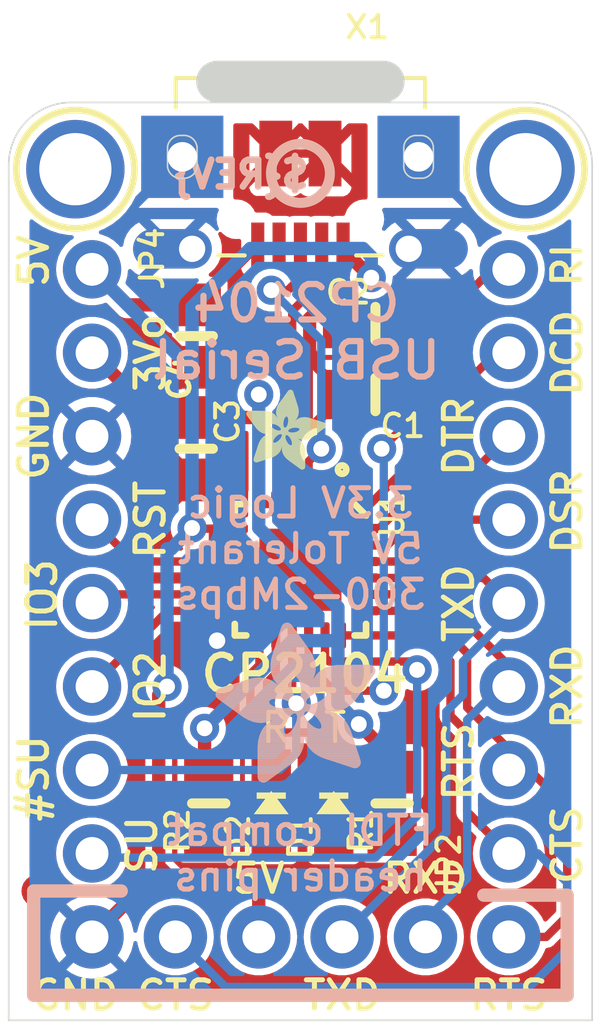
<source format=kicad_pcb>
(kicad_pcb (version 20221018) (generator pcbnew)
  (layers (0 "F.Cu" signal) (31 "B.Cu" signal) (34 "B.Paste" user) (35 "F.Paste" user) (36 "B.SilkS" user "B.Silkscreen") (37 "F.SilkS" user "F.Silkscreen") (38 "B.Mask" user) (39 "F.Mask" user) (44 "Edge.Cuts" user))
  (net 0 "")
  (net 1 "N$2")
  (net 2 "N$3")
  (net 3 "GND")
  (net 4 "N$4")
  (net 5 "VBUS")
  (net 6 "3.3V")
  (net 7 "N$1")
  (net 8 "N$5")
  (net 9 "N$6")
  (net 10 "N$7")
  (net 11 "RXD")
  (net 12 "TXD")
  (net 13 "CTS")
  (net 14 "RTS")
  (net 15 "GPIO2")
  (net 16 "GPIO3")
  (net 17 "RI")
  (net 18 "DCD")
  (net 19 "DTR")
  (net 20 "DSR")
  (net 21 "SUSP")
  (net 22 "#SUSP")
  (net 23 "RST")
  (footprint "working:1X06_ROUND_76" (layer "F.Cu") (at 148.5011 117.0561)
    (fp_text reference "JP1" hide)
    (fp_text value "FTDI")
    (pad "1" thru_hole circle (at -6.35 0 90) (size 1.9304 1.9304) (drill 1) (layers "*.Cu" "*.Mask") (net 3 "GND"))
    (pad "2" thru_hole circle (at -3.81 0 90) (size 1.9304 1.9304) (drill 1) (layers "*.Cu" "*.Mask") (net 13 "CTS"))
    (pad "3" thru_hole circle (at -1.27 0 90) (size 1.9304 1.9304) (drill 1) (layers "*.Cu" "*.Mask") (net 5 "VBUS"))
    (pad "4" thru_hole circle (at 1.27 0 90) (size 1.9304 1.9304) (drill 1) (layers "*.Cu" "*.Mask") (net 12 "TXD"))
    (pad "5" thru_hole circle (at 3.81 0 90) (size 1.9304 1.9304) (drill 1) (layers "*.Cu" "*.Mask") (net 11 "RXD"))
    (pad "6" thru_hole circle (at 6.35 0 90) (size 1.9304 1.9304) (drill 1) (layers "*.Cu" "*.Mask") (net 14 "RTS"))
  )
  (footprint "working:0805-NO" (layer "F.Cu") (at 150.7871 98.3871)
    (fp_text reference "C2" (at -1.5875 -0.9525) (layer "F.SilkS") (effects (font (size 0.692831 0.692831) (thickness 0.119969)) (justify left)))
    (fp_text value "10uF")
    (pad "1" smd rect (at -0.95 0) (size 1.3 1.5) (layers "F.Cu" "F.Paste" "F.Mask") (net 5 "VBUS"))
    (pad "2" smd rect (at 0.95 0) (size 1.3 1.5) (layers "F.Cu" "F.Paste" "F.Mask") (net 3 "GND"))
  )
  (footprint "working:ADAFRUIT_2.5MM" (layer "F.Cu") (at 146.8501 102.8321)
    (fp_text reference "U$8" hide)
    (fp_text value "" hide)
  )
  (footprint "working:FIDUCIAL_1MM" (layer "F.Cu") (at 147.1041 98.7681)
    (fp_text reference "FID2" hide)
    (fp_text value "FIDUCIAL\"\"" hide)
    (pad "1" smd roundrect (at 0 0) (size 1 1) (layers "F.Cu" "F.Mask") (roundrect_rratio 0.5))
  )
  (footprint "working:MOUNTINGHOLE_2.0_PLATED" (layer "F.Cu") (at 155.3591 93.6881)
    (fp_text reference "U$18" hide)
    (fp_text value "MOUNTINGHOLE2.0" hide)
    (pad "P$1" thru_hole circle (at 0 0) (size 3 3) (drill 2.2) (layers "*.Cu" "*.Mask"))
    (zone (net 0) (net_name "") (layer "F.Cu") (connect_pads (clearance 0)) (min_thickness 0.25)
      (keepout (tracks not_allowed) (vias not_allowed) (pads not_allowed) (copperpour not_allowed) (footprints allowed))
      (fill (thermal_gap 0.5) (thermal_bridge_width 0.5))
      (polygon (pts (xy 157.3751 93.6881) (xy 157.35548 93.407527) (xy 157.297004 93.132415) (xy 157.200808 92.868119) (xy 157.068765 92.619783) (xy 156.903446 92.39224) (xy 156.708067 92.18992) (xy 156.486433 92.01676) (xy 156.242856 91.876131) (xy 155.982078 91.77077) (xy 155.709175 91.702728) (xy 155.429457 91.673328) (xy 155.148371 91.683144) (xy 154.871385 91.731984) (xy 154.603893 91.818897) (xy 154.3511 91.942193) (xy 154.117926 92.09947) (xy 153.908911 92.287669) (xy 153.728122 92.503125) (xy 153.579078 92.741645) (xy 153.46468 92.998587) (xy 153.387154 93.26895) (xy 153.348011 93.547471) (xy 153.348011 93.828729) (xy 153.387154 94.10725) (xy 153.46468 94.377613) (xy 153.579078 94.634555) (xy 153.728122 94.873075) (xy 153.908911 95.088531) (xy 154.117926 95.27673) (xy 154.3511 95.434007) (xy 154.603893 95.557303) (xy 154.871385 95.644216) (xy 155.148371 95.693056) (xy 155.429457 95.702872) (xy 155.709175 95.673472) (xy 155.982078 95.60543) (xy 156.242856 95.500069) (xy 156.486433 95.35944) (xy 156.708067 95.18628) (xy 156.903446 94.98396) (xy 157.068765 94.756417) (xy 157.200808 94.508081) (xy 157.297004 94.243785) (xy 157.35548 93.968673)))
      (polygon (pts (xy 155.3431 93.6881) (xy 155.347786 93.699414) (xy 155.3591 93.7041) (xy 155.370414 93.699414) (xy 155.3751 93.6881) (xy 155.370414 93.676786) (xy 155.3591 93.6721) (xy 155.347786 93.676786)))
    )
    (zone (net 0) (net_name "") (layer "B.Cu") (connect_pads (clearance 0)) (min_thickness 0.25)
      (keepout (tracks not_allowed) (vias not_allowed) (pads not_allowed) (copperpour not_allowed) (footprints allowed))
      (fill (thermal_gap 0.5) (thermal_bridge_width 0.5))
      (polygon (pts (xy 157.3751 93.6881) (xy 157.35548 93.407527) (xy 157.297004 93.132415) (xy 157.200808 92.868119) (xy 157.068765 92.619783) (xy 156.903446 92.39224) (xy 156.708067 92.18992) (xy 156.486433 92.01676) (xy 156.242856 91.876131) (xy 155.982078 91.77077) (xy 155.709175 91.702728) (xy 155.429457 91.673328) (xy 155.148371 91.683144) (xy 154.871385 91.731984) (xy 154.603893 91.818897) (xy 154.3511 91.942193) (xy 154.117926 92.09947) (xy 153.908911 92.287669) (xy 153.728122 92.503125) (xy 153.579078 92.741645) (xy 153.46468 92.998587) (xy 153.387154 93.26895) (xy 153.348011 93.547471) (xy 153.348011 93.828729) (xy 153.387154 94.10725) (xy 153.46468 94.377613) (xy 153.579078 94.634555) (xy 153.728122 94.873075) (xy 153.908911 95.088531) (xy 154.117926 95.27673) (xy 154.3511 95.434007) (xy 154.603893 95.557303) (xy 154.871385 95.644216) (xy 155.148371 95.693056) (xy 155.429457 95.702872) (xy 155.709175 95.673472) (xy 155.982078 95.60543) (xy 156.242856 95.500069) (xy 156.486433 95.35944) (xy 156.708067 95.18628) (xy 156.903446 94.98396) (xy 157.068765 94.756417) (xy 157.200808 94.508081) (xy 157.297004 94.243785) (xy 157.35548 93.968673)))
      (polygon (pts (xy 155.3431 93.6881) (xy 155.347786 93.699414) (xy 155.3591 93.7041) (xy 155.370414 93.699414) (xy 155.3751 93.6881) (xy 155.370414 93.676786) (xy 155.3591 93.6721) (xy 155.347786 93.676786)))
    )
  )
  (footprint "working:CHIPLED_0805_NOOUTLINE" (layer "F.Cu") (at 149.5171 112.9921)
    (fp_text reference "D1" (at -1.016 1.778 90) (layer "F.SilkS") (effects (font (size 0.692831 0.692831) (thickness 0.119969)) (justify left)))
    (fp_text value "RED")
    (pad "A" smd rect (at 0 1.05) (size 1.2 1.2) (layers "F.Cu" "F.Paste" "F.Mask") (net 7 "N$1"))
    (pad "C" smd rect (at 0 -1.05) (size 1.2 1.2) (layers "F.Cu" "F.Paste" "F.Mask") (net 9 "N$6"))
  )
  (footprint "working:0805-NO" (layer "F.Cu") (at 151.2951 112.9921 90)
    (fp_text reference "R1" (at -1.5875 -0.9525 90) (layer "F.SilkS") (effects (font (size 0.692831 0.692831) (thickness 0.119969)) (justify left)))
    (fp_text value "1K")
    (pad "1" smd rect (at -0.95 0 90) (size 1.3 1.5) (layers "F.Cu" "F.Paste" "F.Mask") (net 7 "N$1"))
    (pad "2" smd rect (at 0.95 0 90) (size 1.3 1.5) (layers "F.Cu" "F.Paste" "F.Mask") (net 6 "3.3V"))
  )
  (footprint "working:0805-NO" (layer "F.Cu") (at 145.3261 98.7681 -90)
    (fp_text reference "C4" (at 2.032 0.127 -90) (layer "F.SilkS") (effects (font (size 0.666496 0.666496) (thickness 0.146304)) (justify left bottom)))
    (fp_text value "0.1uF")
    (pad "1" smd rect (at -0.95 0 270) (size 1.3 1.5) (layers "F.Cu" "F.Paste" "F.Mask") (net 5 "VBUS"))
    (pad "2" smd rect (at 0.95 0 270) (size 1.3 1.5) (layers "F.Cu" "F.Paste" "F.Mask") (net 3 "GND"))
  )
  (footprint "working:FIDUCIAL_1MM" (layer "F.Cu") (at 140.5001 115.6591)
    (fp_text reference "FID1" hide)
    (fp_text value "FIDUCIAL\"\"" hide)
    (pad "1" smd roundrect (at 0 0) (size 1 1) (layers "F.Cu" "F.Mask") (roundrect_rratio 0.5))
  )
  (footprint "working:1X08_ROUND_70" (layer "F.Cu") (at 154.8511 105.6261 90)
    (fp_text reference "JP2" (at -10.2362 -1.8288 90) (layer "F.SilkS") (effects (font (size 0.692831 0.692831) (thickness 0.119969)) (justify left)))
    (fp_text value "Modem")
    (pad "1" thru_hole circle (at -8.89 0 180) (size 1.778 1.778) (drill 1) (layers "*.Cu" "*.Mask") (net 13 "CTS"))
    (pad "2" thru_hole circle (at -6.35 0 180) (size 1.778 1.778) (drill 1) (layers "*.Cu" "*.Mask") (net 14 "RTS"))
    (pad "3" thru_hole circle (at -3.81 0 180) (size 1.778 1.778) (drill 1) (layers "*.Cu" "*.Mask") (net 11 "RXD"))
    (pad "4" thru_hole circle (at -1.27 0 180) (size 1.778 1.778) (drill 1) (layers "*.Cu" "*.Mask") (net 12 "TXD"))
    (pad "5" thru_hole circle (at 1.27 0 180) (size 1.778 1.778) (drill 1) (layers "*.Cu" "*.Mask") (net 20 "DSR"))
    (pad "6" thru_hole circle (at 3.81 0 180) (size 1.778 1.778) (drill 1) (layers "*.Cu" "*.Mask") (net 19 "DTR"))
    (pad "7" thru_hole circle (at 6.35 0 180) (size 1.778 1.778) (drill 1) (layers "*.Cu" "*.Mask") (net 18 "DCD"))
    (pad "8" thru_hole circle (at 8.89 0 180) (size 1.778 1.778) (drill 1) (layers "*.Cu" "*.Mask") (net 17 "RI"))
  )
  (footprint "working:1X08_ROUND_70" (layer "F.Cu") (at 142.1511 105.6261 -90)
    (fp_text reference "JP4" (at -10.2362 -1.8288 90) (layer "F.SilkS") (effects (font (size 0.692831 0.692831) (thickness 0.119969)) (justify right)))
    (fp_text value "Control")
    (pad "1" thru_hole circle (at -8.89 0) (size 1.778 1.778) (drill 1) (layers "*.Cu" "*.Mask") (net 5 "VBUS"))
    (pad "2" thru_hole circle (at -6.35 0) (size 1.778 1.778) (drill 1) (layers "*.Cu" "*.Mask") (net 6 "3.3V"))
    (pad "3" thru_hole circle (at -3.81 0) (size 1.778 1.778) (drill 1) (layers "*.Cu" "*.Mask") (net 3 "GND"))
    (pad "4" thru_hole circle (at -1.27 0) (size 1.778 1.778) (drill 1) (layers "*.Cu" "*.Mask") (net 23 "RST"))
    (pad "5" thru_hole circle (at 1.27 0) (size 1.778 1.778) (drill 1) (layers "*.Cu" "*.Mask") (net 16 "GPIO3"))
    (pad "6" thru_hole circle (at 3.81 0) (size 1.778 1.778) (drill 1) (layers "*.Cu" "*.Mask") (net 15 "GPIO2"))
    (pad "7" thru_hole circle (at 6.35 0) (size 1.778 1.778) (drill 1) (layers "*.Cu" "*.Mask") (net 22 "#SUSP"))
    (pad "8" thru_hole circle (at 8.89 0) (size 1.778 1.778) (drill 1) (layers "*.Cu" "*.Mask") (net 21 "SUSP"))
  )
  (footprint "working:0805-NO" (layer "F.Cu") (at 145.7071 112.9921 90)
    (fp_text reference "R2" (at -1.5875 -0.9525 90) (layer "F.SilkS") (effects (font (size 0.692831 0.692831) (thickness 0.119969)) (justify left)))
    (fp_text value "1K")
    (pad "1" smd rect (at -0.95 0 90) (size 1.3 1.5) (layers "F.Cu" "F.Paste" "F.Mask") (net 8 "N$5"))
    (pad "2" smd rect (at 0.95 0 90) (size 1.3 1.5) (layers "F.Cu" "F.Paste" "F.Mask") (net 6 "3.3V"))
  )
  (footprint "working:0805-NO" (layer "F.Cu") (at 145.3261 102.1971 -90)
    (fp_text reference "C3" (at -1.5875 -0.9525 90) (layer "F.SilkS") (effects (font (size 0.692831 0.692831) (thickness 0.119969)) (justify right)))
    (fp_text value "10uF")
    (pad "1" smd rect (at -0.95 0 270) (size 1.3 1.5) (layers "F.Cu" "F.Paste" "F.Mask") (net 6 "3.3V"))
    (pad "2" smd rect (at 0.95 0 270) (size 1.3 1.5) (layers "F.Cu" "F.Paste" "F.Mask") (net 3 "GND"))
  )
  (footprint "working:CHIPLED_0805_NOOUTLINE" (layer "F.Cu") (at 147.6121 112.9921)
    (fp_text reference "D2" (at -1.016 1.778 90) (layer "F.SilkS") (effects (font (size 0.692831 0.692831) (thickness 0.119969)) (justify left)))
    (fp_text value "GREEN")
    (pad "A" smd rect (at 0 1.05) (size 1.2 1.2) (layers "F.Cu" "F.Paste" "F.Mask") (net 8 "N$5"))
    (pad "C" smd rect (at 0 -1.05) (size 1.2 1.2) (layers "F.Cu" "F.Paste" "F.Mask") (net 10 "N$7"))
  )
  (footprint "working:MOUNTINGHOLE_2.0_PLATED" (layer "F.Cu") (at 141.6431 93.6881)
    (fp_text reference "U$19" hide)
    (fp_text value "MOUNTINGHOLE2.0" hide)
    (pad "P$1" thru_hole circle (at 0 0) (size 3 3) (drill 2.2) (layers "*.Cu" "*.Mask"))
    (zone (net 0) (net_name "") (layer "F.Cu") (connect_pads (clearance 0)) (min_thickness 0.25)
      (keepout (tracks not_allowed) (vias not_allowed) (pads not_allowed) (copperpour not_allowed) (footprints allowed))
      (fill (thermal_gap 0.5) (thermal_bridge_width 0.5))
      (polygon (pts (xy 143.6591 93.6881) (xy 143.63948 93.407527) (xy 143.581004 93.132415) (xy 143.484808 92.868119) (xy 143.352765 92.619783) (xy 143.187446 92.39224) (xy 142.992067 92.18992) (xy 142.770433 92.01676) (xy 142.526856 91.876131) (xy 142.266078 91.77077) (xy 141.993175 91.702728) (xy 141.713457 91.673328) (xy 141.432371 91.683144) (xy 141.155385 91.731984) (xy 140.887893 91.818897) (xy 140.6351 91.942193) (xy 140.401926 92.09947) (xy 140.192911 92.287669) (xy 140.012122 92.503125) (xy 139.863078 92.741645) (xy 139.74868 92.998587) (xy 139.671154 93.26895) (xy 139.632011 93.547471) (xy 139.632011 93.828729) (xy 139.671154 94.10725) (xy 139.74868 94.377613) (xy 139.863078 94.634555) (xy 140.012122 94.873075) (xy 140.192911 95.088531) (xy 140.401926 95.27673) (xy 140.6351 95.434007) (xy 140.887893 95.557303) (xy 141.155385 95.644216) (xy 141.432371 95.693056) (xy 141.713457 95.702872) (xy 141.993175 95.673472) (xy 142.266078 95.60543) (xy 142.526856 95.500069) (xy 142.770433 95.35944) (xy 142.992067 95.18628) (xy 143.187446 94.98396) (xy 143.352765 94.756417) (xy 143.484808 94.508081) (xy 143.581004 94.243785) (xy 143.63948 93.968673)))
      (polygon (pts (xy 141.6271 93.6881) (xy 141.631786 93.699414) (xy 141.6431 93.7041) (xy 141.654414 93.699414) (xy 141.6591 93.6881) (xy 141.654414 93.676786) (xy 141.6431 93.6721) (xy 141.631786 93.676786)))
    )
    (zone (net 0) (net_name "") (layer "B.Cu") (connect_pads (clearance 0)) (min_thickness 0.25)
      (keepout (tracks not_allowed) (vias not_allowed) (pads not_allowed) (copperpour not_allowed) (footprints allowed))
      (fill (thermal_gap 0.5) (thermal_bridge_width 0.5))
      (polygon (pts (xy 143.6591 93.6881) (xy 143.63948 93.407527) (xy 143.581004 93.132415) (xy 143.484808 92.868119) (xy 143.352765 92.619783) (xy 143.187446 92.39224) (xy 142.992067 92.18992) (xy 142.770433 92.01676) (xy 142.526856 91.876131) (xy 142.266078 91.77077) (xy 141.993175 91.702728) (xy 141.713457 91.673328) (xy 141.432371 91.683144) (xy 141.155385 91.731984) (xy 140.887893 91.818897) (xy 140.6351 91.942193) (xy 140.401926 92.09947) (xy 140.192911 92.287669) (xy 140.012122 92.503125) (xy 139.863078 92.741645) (xy 139.74868 92.998587) (xy 139.671154 93.26895) (xy 139.632011 93.547471) (xy 139.632011 93.828729) (xy 139.671154 94.10725) (xy 139.74868 94.377613) (xy 139.863078 94.634555) (xy 140.012122 94.873075) (xy 140.192911 95.088531) (xy 140.401926 95.27673) (xy 140.6351 95.434007) (xy 140.887893 95.557303) (xy 141.155385 95.644216) (xy 141.432371 95.693056) (xy 141.713457 95.702872) (xy 141.993175 95.673472) (xy 142.266078 95.60543) (xy 142.526856 95.500069) (xy 142.770433 95.35944) (xy 142.992067 95.18628) (xy 143.187446 94.98396) (xy 143.352765 94.756417) (xy 143.484808 94.508081) (xy 143.581004 94.243785) (xy 143.63948 93.968673)))
      (polygon (pts (xy 141.6271 93.6881) (xy 141.631786 93.699414) (xy 141.6431 93.7041) (xy 141.654414 93.699414) (xy 141.6591 93.6881) (xy 141.654414 93.676786) (xy 141.6431 93.6721) (xy 141.631786 93.676786)))
    )
  )
  (footprint "working:0805-NO" (layer "F.Cu") (at 150.7871 100.5461 180)
    (fp_text reference "C1" (at -1.5875 -0.9525) (layer "F.SilkS") (effects (font (size 0.692831 0.692831) (thickness 0.119969)) (justify right)))
    (fp_text value "10uF")
    (pad "1" smd rect (at -0.95 0 180) (size 1.3 1.5) (layers "F.Cu" "F.Paste" "F.Mask") (net 4 "N$4"))
    (pad "2" smd rect (at 0.95 0 180) (size 1.3 1.5) (layers "F.Cu" "F.Paste" "F.Mask") (net 3 "GND"))
  )
  (footprint "working:QFN24_4MM_SMSC" (layer "F.Cu") (at 148.5011 105.8801 -90)
    (fp_text reference "U1" (at -2.45 -2.8 90) (layer "F.SilkS") (effects (font (size 0.692831 0.692831) (thickness 0.119969)) (justify right)))
    (fp_text value "CP2104")
    (pad "1" smd roundrect (at -2 -1.25 90) (size 0.8 0.28) (layers "F.Cu" "F.Paste" "F.Mask") (net 17 "RI"))
    (pad "2" smd roundrect (at -2 -0.75 90) (size 0.8 0.28) (layers "F.Cu" "F.Paste" "F.Mask") (net 3 "GND"))
    (pad "3" smd roundrect (at -2 -0.25 90) (size 0.8 0.28) (layers "F.Cu" "F.Paste" "F.Mask") (net 1 "N$2"))
    (pad "4" smd roundrect (at -2 0.25 90) (size 0.8 0.28) (layers "F.Cu" "F.Paste" "F.Mask") (net 2 "N$3"))
    (pad "5" smd roundrect (at -2 0.75 90) (size 0.8 0.28) (layers "F.Cu" "F.Paste" "F.Mask") (net 6 "3.3V"))
    (pad "6" smd roundrect (at -2 1.25 90) (size 0.8 0.28) (layers "F.Cu" "F.Paste" "F.Mask") (net 6 "3.3V"))
    (pad "7" smd roundrect (at -1.25 2) (size 0.8 0.28) (layers "F.Cu" "F.Paste" "F.Mask") (net 5 "VBUS"))
    (pad "8" smd roundrect (at -0.75 2) (size 0.8 0.28) (layers "F.Cu" "F.Paste" "F.Mask") (net 5 "VBUS"))
    (pad "9" smd roundrect (at -0.25 2) (size 0.8 0.28) (layers "F.Cu" "F.Paste" "F.Mask") (net 23 "RST"))
    (pad "10" smd roundrect (at 0.25 2) (size 0.8 0.28) (layers "F.Cu" "F.Paste" "F.Mask"))
    (pad "11" smd roundrect (at 0.75 2) (size 0.8 0.28) (layers "F.Cu" "F.Paste" "F.Mask") (net 16 "GPIO3"))
    (pad "12" smd roundrect (at 1.25 2) (size 0.8 0.28) (layers "F.Cu" "F.Paste" "F.Mask") (net 15 "GPIO2"))
    (pad "13" smd roundrect (at 2 1.25 270) (size 0.8 0.28) (layers "F.Cu" "F.Paste" "F.Mask") (net 10 "N$7"))
    (pad "14" smd roundrect (at 2 0.75 270) (size 0.8 0.28) (layers "F.Cu" "F.Paste" "F.Mask") (net 9 "N$6"))
    (pad "15" smd roundrect (at 2 0.25 270) (size 0.8 0.28) (layers "F.Cu" "F.Paste" "F.Mask") (net 22 "#SUSP"))
    (pad "16" smd roundrect (at 2 -0.25 270) (size 0.8 0.28) (layers "F.Cu" "F.Paste" "F.Mask") (net 4 "N$4"))
    (pad "17" smd roundrect (at 2 -0.75 270) (size 0.8 0.28) (layers "F.Cu" "F.Paste" "F.Mask") (net 21 "SUSP"))
    (pad "18" smd roundrect (at 2 -1.25 270) (size 0.8 0.28) (layers "F.Cu" "F.Paste" "F.Mask") (net 13 "CTS"))
    (pad "19" smd roundrect (at 1.25 -2 180) (size 0.8 0.28) (layers "F.Cu" "F.Paste" "F.Mask") (net 14 "RTS"))
    (pad "20" smd roundrect (at 0.75 -2 180) (size 0.8 0.28) (layers "F.Cu" "F.Paste" "F.Mask") (net 11 "RXD"))
    (pad "21" smd roundrect (at 0.25 -2 180) (size 0.8 0.28) (layers "F.Cu" "F.Paste" "F.Mask") (net 12 "TXD"))
    (pad "22" smd roundrect (at -0.25 -2 180) (size 0.8 0.28) (layers "F.Cu" "F.Paste" "F.Mask") (net 20 "DSR"))
    (pad "23" smd roundrect (at -0.75 -2 180) (size 0.8 0.28) (layers "F.Cu" "F.Paste" "F.Mask") (net 19 "DTR"))
    (pad "24" smd roundrect (at -1.25 -2 180) (size 0.8 0.28) (layers "F.Cu" "F.Paste" "F.Mask") (net 18 "DCD"))
    (pad "THERM" smd rect (at 0 0 270) (size 2.5 2.5) (layers "F.Cu" "F.Mask") (net 3 "GND"))
  )
  (footprint "working:4UCONN_20329_V2" (layer "F.Cu") (at 148.5011 95.2121 180)
    (fp_text reference "X1" (at -2.778 5.852) (layer "F.SilkS") (effects (font (size 0.692831 0.692831) (thickness 0.119969)) (justify right)))
    (fp_text value "20329")
    (fp_line (start -4.05 2.15) (end -4.05 1.6) (stroke (width 0.05)) (layer "Edge.Cuts"))
    (fp_line (start -3.7 1.25) (end -3.5 1.25) (stroke (width 0.05)) (layer "Edge.Cuts"))
    (fp_line (start -3.5 2.55) (end -3.7 2.55) (stroke (width 0.05)) (layer "Edge.Cuts"))
    (fp_line (start -3.15 1.6) (end -3.15 2.15) (stroke (width 0.05)) (layer "Edge.Cuts"))
    (fp_line (start 3.15 2.2) (end 3.15 1.6) (stroke (width 0.05)) (layer "Edge.Cuts"))
    (fp_line (start 4.05 1.6) (end 4.05 2.2) (stroke (width 0.05)) (layer "Edge.Cuts"))
    (fp_arc (start -4.05 1.6) (mid -3.947487 1.352513) (end -3.7 1.25) (stroke (width 0.05)) (layer "Edge.Cuts"))
    (fp_arc (start -3.7 2.55) (mid -3.957843 2.422487) (end -4.05 2.15) (stroke (width 0.05)) (layer "Edge.Cuts"))
    (fp_arc (start -3.5 1.25) (mid -3.252513 1.352513) (end -3.15 1.6) (stroke (width 0.05)) (layer "Edge.Cuts"))
    (fp_arc (start -3.15 2.15) (mid -3.242157 2.422487) (end -3.5 2.55) (stroke (width 0.05)) (layer "Edge.Cuts"))
    (fp_arc (start 3.15 1.6) (mid 3.302513 1.331802) (end 3.6 1.25) (stroke (width 0.05)) (layer "Edge.Cuts"))
    (fp_arc (start 3.6 1.25) (mid 3.897487 1.331802) (end 4.05 1.6) (stroke (width 0.05)) (layer "Edge.Cuts"))
    (fp_arc (start 3.6 2.55) (mid 3.302513 2.468198) (end 3.15 2.2) (stroke (width 0.05)) (layer "Edge.Cuts"))
    (fp_arc (start 4.05 2.2) (mid 3.897487 2.468198) (end 3.6 2.55) (stroke (width 0.05)) (layer "Edge.Cuts"))
    (pad "" np_thru_hole circle (at -1.95 0 180) (size 0.7 0.7) (drill 0.7) (layers "*.Cu" "*.Mask"))
    (pad "" np_thru_hole circle (at 1.95 0 180) (size 0.7 0.7) (drill 0.7) (layers "*.Cu" "*.Mask"))
    (pad "BASE@1" smd rect (at -0.75 2 270) (size 2 1) (layers "F.Cu" "F.Paste" "F.Mask") (net 3 "GND"))
    (pad "BASE@2" smd rect (at 0.75 2 270) (size 2 1) (layers "F.Cu" "F.Paste" "F.Mask") (net 3 "GND"))
    (pad "D+" smd rect (at 0 -0.775 180) (size 0.4 1.35) (layers "F.Cu" "F.Paste") (net 1 "N$2"))
    (pad "D-" smd rect (at -0.65 -0.775 180) (size 0.4 1.35) (layers "F.Cu" "F.Paste") (net 2 "N$3"))
    (pad "GND" smd rect (at 1.3 -0.775 180) (size 0.4 1.35) (layers "F.Cu" "F.Paste") (net 3 "GND"))
    (pad "ID" smd rect (at 0.65 -0.775 180) (size 0.4 1.35) (layers "F.Cu" "F.Paste"))
    (pad "SPRT@1" thru_hole oval (at -3.3 -0.9) (size 2.4 1.2) (drill 0.8 (offset 0.6 0)) (layers "*.Cu" "*.Mask") (net 3 "GND"))
    (pad "SPRT@2" thru_hole oval (at 3.3 -0.9 180) (size 2.4 1.2) (drill 0.8 (offset 0.6 0)) (layers "*.Cu" "*.Mask") (net 3 "GND"))
    (pad "SPRT@3" thru_hole rect (at -3.6 1.9 270) (size 2.5 2.5) (drill 0.9) (layers "*.Cu" "*.Mask") (net 3 "GND"))
    (pad "SPRT@4" thru_hole rect (at 3.6 1.9 270) (size 2.5 2.5) (drill 0.9) (layers "*.Cu" "*.Mask") (net 3 "GND"))
    (pad "VBUS" smd rect (at -1.3 -0.775 180) (size 0.4 1.35) (layers "F.Cu" "F.Paste") (net 5 "VBUS"))
  )
  (footprint "working:ADAFRUIT_5MM" (layer "B.Cu") (at 150.7871 112.3571 180)
    (fp_text reference "U$22" hide)
    (fp_text value "" hide)
  )
  (footprint "working:PCBFEAT-REV-040" (layer "B.Cu") (at 148.5011 93.8151 180)
    (fp_text reference "U$17" hide)
    (fp_text value "" hide)
    (fp_text user "${REV}" (at -0.3556 -0.508) (layer "B.SilkS") (effects (font (size 0.8128 0.8128) (thickness 0.2032)) (justify left bottom mirror)))
  )
  (gr_line (start 143.0401 115.6591) (end 140.3731 115.6591) (stroke (width 0.4064)) (layer "B.SilkS"))
  (gr_line (start 140.3731 115.6591) (end 140.3731 118.8341) (stroke (width 0.4064)) (layer "B.SilkS"))
  (gr_line (start 140.3731 118.8341) (end 156.6291 118.8341) (stroke (width 0.4064)) (layer "B.SilkS"))
  (gr_line (start 156.6291 115.7861) (end 154.0891 115.7861) (stroke (width 0.4064)) (layer "B.SilkS"))
  (gr_line (start 156.6291 118.8341) (end 156.6291 115.7861) (stroke (width 0.4064)) (layer "B.SilkS"))
  (gr_line (start 141.5161 91.6561) (end 155.4861 91.6561) (stroke (width 0.05)) (layer "Edge.Cuts"))
  (gr_line (start 139.6111 119.5961) (end 139.6111 93.5611) (stroke (width 0.05)) (layer "Edge.Cuts"))
  (gr_line (start 157.3911 119.5961) (end 139.6111 119.5961) (stroke (width 0.05)) (layer "Edge.Cuts"))
  (gr_arc (start 139.6111 93.5611) (mid 140.169062 92.214062) (end 141.5161 91.6561) (stroke (width 0.05)) (layer "Edge.Cuts"))
  (gr_line (start 145.9611 91.0211) (end 151.0411 91.0211) (stroke (width 1.27)) (layer "Edge.Cuts"))
  (gr_line (start 157.3911 93.5611) (end 157.3911 119.5961) (stroke (width 0.05)) (layer "Edge.Cuts"))
  (gr_arc (start 155.4861 91.6561) (mid 156.833138 92.214062) (end 157.3911 93.5611) (stroke (width 0.05)) (layer "Edge.Cuts"))
  (gr_text "3.3V Logic\n5V Tolerant\n300-2Mbps" (at 148.5011 105.2451) (layer "B.SilkS") (effects (font (size 0.8636 0.8636) (thickness 0.1524)) (justify mirror)))
  (gr_text "FTDI compat\nheader pins" (at 148.5011 114.5161) (layer "B.SilkS") (effects (font (size 0.8636 0.8636) (thickness 0.1524)) (justify mirror)))
  (gr_text "CP2104\nUSB Serial" (at 148.3741 98.6411) (layer "B.SilkS") (effects (font (size 1.0795 1.0795) (thickness 0.1905)) (justify mirror)))
  (gr_text "GND" (at 141.6431 118.8341) (layer "F.SilkS") (effects (font (size 0.8636 0.8636) (thickness 0.1524))))
  (gr_text "RXD" (at 152.3111 115.2781) (layer "F.SilkS") (effects (font (size 0.8636 0.8636) (thickness 0.1524))))
  (gr_text "GND" (at 140.3731 101.8161 90) (layer "F.SilkS") (effects (font (size 0.8636 0.8636) (thickness 0.1524))))
  (gr_text "IO3" (at 140.6271 106.6421 90) (layer "F.SilkS") (effects (font (size 0.8636 0.8636) (thickness 0.1524))))
  (gr_text "CTS" (at 156.6291 114.2621 90) (layer "F.SilkS") (effects (font (size 0.8636 0.8636) (thickness 0.1524))))
  (gr_text "5V" (at 140.3731 96.4821 90) (layer "F.SilkS") (effects (font (size 0.8636 0.8636) (thickness 0.1524))))
  (gr_text "DTR" (at 153.3271 101.8161 90) (layer "F.SilkS") (effects (font (size 0.8636 0.8636) (thickness 0.1524))))
  (gr_text "CP2104" (at 148.6281 109.0551) (layer "F.SilkS") (effects (font (size 1.0795 1.0795) (thickness 0.1905))))
  (gr_text "CTS" (at 144.6911 118.8341) (layer "F.SilkS") (effects (font (size 0.8636 0.8636) (thickness 0.1524))))
  (gr_text "DSR" (at 156.6291 104.1021 90) (layer "F.SilkS") (effects (font (size 0.8636 0.8636) (thickness 0.1524))))
  (gr_text "RXD" (at 156.6291 109.4361 90) (layer "F.SilkS") (effects (font (size 0.8636 0.8636) (thickness 0.1524))))
  (gr_text "IO2" (at 143.9291 109.4361 90) (layer "F.SilkS") (effects (font (size 0.8636 0.8636) (thickness 0.1524))))
  (gr_text "TXD" (at 149.7711 118.8341) (layer "F.SilkS") (effects (font (size 0.8636 0.8636) (thickness 0.1524))))
  (gr_text "T" (at 149.1361 111.2141) (layer "F.SilkS") (effects (font (size 0.89408 0.89408) (thickness 0.12192)) (justify left bottom)))
  (gr_text "DCD" (at 156.6291 99.2761 90) (layer "F.SilkS") (effects (font (size 0.8636 0.8636) (thickness 0.1524))))
  (gr_text "5V" (at 147.2311 115.2781) (layer "F.SilkS") (effects (font (size 0.8636 0.8636) (thickness 0.1524))))
  (gr_text "3Vo" (at 143.9291 99.2761 90) (layer "F.SilkS") (effects (font (size 0.8636 0.8636) (thickness 0.1524))))
  (gr_text "RST" (at 143.9291 104.3561 90) (layer "F.SilkS") (effects (font (size 0.8636 0.8636) (thickness 0.1524))))
  (gr_text "R" (at 147.2311 111.2141) (layer "F.SilkS") (effects (font (size 0.89408 0.89408) (thickness 0.12192)) (justify left bottom)))
  (gr_text "RTS" (at 154.8511 118.8341) (layer "F.SilkS") (effects (font (size 0.8636 0.8636) (thickness 0.1524))))
  (gr_text "RI" (at 156.6291 96.6091 90) (layer "F.SilkS") (effects (font (size 0.8636 0.8636) (thickness 0.1524))))
  (gr_text "TXD" (at 153.3271 106.8961 90) (layer "F.SilkS") (effects (font (size 0.8636 0.8636) (thickness 0.1524))))
  (gr_text "RTS" (at 153.3271 111.7221 90) (layer "F.SilkS") (effects (font (size 0.8636 0.8636) (thickness 0.1524))))
  (gr_text "SU" (at 143.6751 114.2621 90) (layer "F.SilkS") (effects (font (size 0.8636 0.8636) (thickness 0.1524))))
  (gr_text "#SU" (at 140.3731 112.2301 90) (layer "F.SilkS") (effects (font (size 0.8636 0.8636) (thickness 0.1524))))
  (segment (start 148.5011 95.9871) (end 148.5011 96.9901) (width 0.254) (layer "F.Cu") (net 1))
  (segment (start 149.1361 102.1971) (end 148.7511 102.5821) (width 0.254) (layer "F.Cu") (net 1))
  (segment (start 148.7511 102.5821) (end 148.7511 103.8801) (width 0.254) (layer "F.Cu") (net 1))
  (segment (start 148.5011 96.9901) (end 148.1201 97.3711) (width 0.254) (layer "F.Cu") (net 1))
  (segment (start 148.1201 97.3711) (end 147.6121 97.3711) (width 0.254) (layer "F.Cu") (net 1))
  (via (at 149.1361 102.1971) (size 0.889) (drill 0.4826) (layers "F.Cu" "B.Cu") (net 1))
  (via (at 147.6121 97.3711) (size 0.889) (drill 0.4826) (layers "F.Cu" "B.Cu") (net 1))
  (segment (start 147.6121 97.3711) (end 149.1361 98.8951) (width 0.254) (layer "B.Cu") (net 1))
  (segment (start 149.1361 98.8951) (end 149.1361 102.1971) (width 0.254) (layer "B.Cu") (net 1))
  (segment (start 149.1511 95.9871) (end 149.1511 97.1021) (width 0.254) (layer "F.Cu") (net 2))
  (segment (start 148.2511 98.0021) (end 148.2511 103.8801) (width 0.254) (layer "F.Cu") (net 2))
  (segment (start 149.1511 97.1021) (end 148.2511 98.0021) (width 0.254) (layer "F.Cu") (net 2))
  (segment (start 149.8371 100.5461) (end 149.8371 100.2871) (width 0.254) (layer "F.Cu") (net 3))
  (segment (start 142.1511 117.0561) (end 143.5481 115.6591) (width 0.4064) (layer "F.Cu") (net 3))
  (segment (start 149.2511 103.8801) (end 149.2511 105.8801) (width 0.254) (layer "F.Cu") (net 3))
  (segment (start 147.7511 93.2121) (end 149.2511 93.2121) (width 0.254) (layer "F.Cu") (net 3))
  (segment (start 149.2511 93.2121) (end 149.3511 93.3121) (width 0.254) (layer "F.Cu") (net 3))
  (segment (start 147.2011 94.7041) (end 147.7391 94.7041) (width 0.4064) (layer "F.Cu") (net 3))
  (segment (start 149.2511 105.8801) (end 148.5011 105.8801) (width 0.254) (layer "F.Cu") (net 3))
  (segment (start 143.5481 115.6591) (end 143.5481 115.2781) (width 0.4064) (layer "F.Cu") (net 3))
  (segment (start 149.8371 100.2871) (end 151.7371 98.3871) (width 0.254) (layer "F.Cu") (net 3))
  (via (at 145.9611 108.0391) (size 0.9064) (drill 0.5) (layers "F.Cu" "B.Cu") (net 3))
  (segment (start 148.7511 107.8801) (end 148.7511 108.7971) (width 0.254) (layer "F.Cu") (net 4))
  (segment (start 149.5171 109.5631) (end 151.0411 109.5631) (width 0.254) (layer "F.Cu") (net 4))
  (segment (start 151.7371 100.5461) (end 151.7371 101.4351) (width 0.254) (layer "F.Cu") (net 4))
  (segment (start 151.7371 101.4351) (end 150.9751 102.1971) (width 0.254) (layer "F.Cu") (net 4))
  (segment (start 148.7511 108.7971) (end 149.5171 109.5631) (width 0.254) (layer "F.Cu") (net 4))
  (via (at 150.9751 102.1971) (size 0.889) (drill 0.4826) (layers "F.Cu" "B.Cu") (net 4))
  (via (at 151.0411 109.5631) (size 0.889) (drill 0.4826) (layers "F.Cu" "B.Cu") (net 4))
  (segment (start 151.0411 102.2631) (end 151.0411 109.5631) (width 0.254) (layer "B.Cu") (net 4))
  (segment (start 150.9751 102.1971) (end 151.0411 102.2631) (width 0.254) (layer "B.Cu") (net 4))
  (segment (start 146.5011 104.6301) (end 145.8341 104.6301) (width 0.254) (layer "F.Cu") (net 5))
  (segment (start 145.2191 104.6301) (end 145.1991 104.6101) (width 0.254) (layer "F.Cu") (net 5))
  (segment (start 144.1831 109.6901) (end 144.4371 109.4361) (width 0.4064) (layer "F.Cu") (net 5))
  (segment (start 145.8341 104.6301) (end 145.8341 105.1181) (width 0.254) (layer "F.Cu") (net 5))
  (segment (start 149.8011 95.9871) (end 149.8011 98.3511) (width 0.4064) (layer "F.Cu") (net 5))
  (segment (start 149.8011 96.1311) (end 149.8011 95.9871) (width 0.254) (layer "F.Cu") (net 5))
  (segment (start 145.8341 104.6301) (end 145.2191 104.6301) (width 0.254) (layer "F.Cu") (net 5))
  (segment (start 147.2311 117.0561) (end 147.2311 115.5321) (width 0.4064) (layer "F.Cu") (net 5))
  (segment (start 144.6911 115.4051) (end 144.1831 114.8971) (width 0.4064) (layer "F.Cu") (net 5))
  (segment (start 145.3261 97.8181) (end 143.2331 97.8181) (width 0.4064) (layer "F.Cu") (net 5))
  (segment (start 144.1831 114.8971) (end 144.1831 109.6901) (width 0.4064) (layer "F.Cu") (net 5))
  (segment (start 145.8341 105.1181) (end 146.5011 105.1181) (width 0.254) (layer "F.Cu") (net 5))
  (segment (start 147.1041 115.4051) (end 144.6911 115.4051) (width 0.4064) (layer "F.Cu") (net 5))
  (segment (start 149.8011 98.3511) (end 149.8371 98.3871) (width 0.4064) (layer "F.Cu") (net 5))
  (segment (start 147.2311 115.5321) (end 147.1041 115.4051) (width 0.4064) (layer "F.Cu") (net 5))
  (segment (start 143.2331 97.8181) (end 142.1511 96.7361) (width 0.4064) (layer "F.Cu") (net 5))
  (segment (start 146.5011 105.1181) (end 146.5011 105.1301) (width 0.254) (layer "F.Cu") (net 5))
  (segment (start 150.6601 96.9901) (end 149.8011 96.1311) (width 0.4064) (layer "F.Cu") (net 5))
  (via (at 150.6601 96.9901) (size 0.889) (drill 0.4826) (layers "F.Cu" "B.Cu") (net 5))
  (via (at 145.1991 104.6101) (size 0.889) (drill 0.4826) (layers "F.Cu" "B.Cu") (net 5))
  (via (at 144.4371 109.4361) (size 0.889) (drill 0.4826) (layers "F.Cu" "B.Cu") (net 5))
  (segment (start 150.4061 96.1011) (end 150.6601 96.3551) (width 0.4064) (layer "B.Cu") (net 5))
  (segment (start 144.4371 109.4361) (end 144.4371 105.2451) (width 0.4064) (layer "B.Cu") (net 5))
  (segment (start 145.1991 97.8791) (end 146.9771 96.1011) (width 0.4064) (layer "B.Cu") (net 5))
  (segment (start 150.6601 96.3551) (end 150.6601 96.9901) (width 0.4064) (layer "B.Cu") (net 5))
  (segment (start 145.1991 99.7841) (end 142.1511 96.7361) (width 0.4064) (layer "B.Cu") (net 5))
  (segment (start 145.1991 97.8791) (end 145.1991 99.7841) (width 0.4064) (layer "B.Cu") (net 5))
  (segment (start 144.5641 105.2451) (end 145.1991 104.6101) (width 0.4064) (layer "B.Cu") (net 5))
  (segment (start 144.4371 105.2451) (end 144.5641 105.2451) (width 0.4064) (layer "B.Cu") (net 5))
  (segment (start 145.1991 104.6101) (end 145.1991 99.7841) (width 0.4064) (layer "B.Cu") (net 5))
  (segment (start 146.9771 96.1011) (end 150.4061 96.1011) (width 0.4064) (layer "B.Cu") (net 5))
  (segment (start 147.7511 103.8801) (end 147.2511 103.8801) (width 0.254) (layer "F.Cu") (net 6))
  (segment (start 147.2511 100.5661) (end 147.2311 100.5461) (width 0.254) (layer "F.Cu") (net 6))
  (segment (start 151.2951 112.0421) (end 151.2951 111.5951) (width 0.4064) (layer "F.Cu") (net 6))
  (segment (start 144.1221 101.2471) (end 145.3261 101.2471) (width 0.4064) (layer "F.Cu") (net 6))
  (segment (start 151.2951 111.5951) (end 150.2791 110.5791) (width 0.4064) (layer "F.Cu") (net 6))
  (segment (start 145.3261 101.2471) (end 147.2311 101.2471) (width 0.4064) (layer "F.Cu") (net 6))
  (segment (start 147.2311 101.2471) (end 147.2311 100.5461) (width 0.4064) (layer "F.Cu") (net 6))
  (segment (start 145.5801 111.9151) (end 145.7071 112.0421) (width 0.4064) (layer "F.Cu") (net 6))
  (segment (start 145.5801 110.7061) (end 145.5801 111.9151) (width 0.4064) (layer "F.Cu") (net 6))
  (segment (start 142.1511 99.2761) (end 144.1221 101.2471) (width 0.4064) (layer "F.Cu") (net 6))
  (segment (start 147.2511 103.8801) (end 147.2511 100.5661) (width 0.254) (layer "F.Cu") (net 6))
  (via (at 145.5801 110.7061) (size 0.889) (drill 0.4826) (layers "F.Cu" "B.Cu") (net 6))
  (via (at 147.2311 100.5461) (size 0.889) (drill 0.4826) (layers "F.Cu" "B.Cu") (net 6))
  (via (at 150.2791 110.5791) (size 0.889) (drill 0.4826) (layers "F.Cu" "B.Cu") (net 6))
  (segment (start 149.6441 109.9441) (end 149.6441 107.9121) (width 0.4064) (layer "B.Cu") (net 6))
  (segment (start 149.5171 108.0391) (end 149.6441 107.9121) (width 0.4064) (layer "B.Cu") (net 6))
  (segment (start 150.2791 110.5791) (end 149.6441 109.9441) (width 0.4064) (layer "B.Cu") (net 6))
  (segment (start 147.2311 104.6101) (end 147.2311 100.5461) (width 0.4064) (layer "B.Cu") (net 6))
  (segment (start 149.5171 108.0391) (end 148.2471 108.0391) (width 0.4064) (layer "B.Cu") (net 6))
  (segment (start 149.6441 107.9121) (end 149.6441 107.0231) (width 0.4064) (layer "B.Cu") (net 6))
  (segment (start 149.6441 107.0231) (end 147.2311 104.6101) (width 0.4064) (layer "B.Cu") (net 6))
  (segment (start 148.2471 108.0391) (end 145.5801 110.7061) (width 0.4064) (layer "B.Cu") (net 6))
  (segment (start 149.6171 113.9421) (end 151.2951 113.9421) (width 0.254) (layer "F.Cu") (net 7))
  (segment (start 149.5171 114.0421) (end 149.6171 113.9421) (width 0.254) (layer "F.Cu") (net 7))
  (segment (start 147.5121 113.9421) (end 145.7071 113.9421) (width 0.254) (layer "F.Cu") (net 8))
  (segment (start 147.6121 114.0421) (end 147.5121 113.9421) (width 0.254) (layer "F.Cu") (net 8))
  (segment (start 149.2631 110.8331) (end 149.5171 111.0871) (width 0.254) (layer "F.Cu") (net 9))
  (segment (start 147.4851 110.5791) (end 147.7391 110.8331) (width 0.254) (layer "F.Cu") (net 9))
  (segment (start 147.4851 109.3091) (end 147.4851 110.5791) (width 0.254) (layer "F.Cu") (net 9))
  (segment (start 147.7511 109.0431) (end 147.4851 109.3091) (width 0.254) (layer "F.Cu") (net 9))
  (segment (start 147.7511 107.8801) (end 147.7511 109.0431) (width 0.254) (layer "F.Cu") (net 9))
  (segment (start 149.5171 111.0871) (end 149.5171 111.9421) (width 0.254) (layer "F.Cu") (net 9))
  (segment (start 147.7391 110.8331) (end 149.2631 110.8331) (width 0.254) (layer "F.Cu") (net 9))
  (segment (start 147.2511 107.8801) (end 147.2511 108.7811) (width 0.254) (layer "F.Cu") (net 10))
  (segment (start 146.9771 111.3071) (end 147.6121 111.9421) (width 0.254) (layer "F.Cu") (net 10))
  (segment (start 146.9771 109.0551) (end 146.9771 111.3071) (width 0.254) (layer "F.Cu") (net 10))
  (segment (start 147.2511 108.7811) (end 146.9771 109.0551) (width 0.254) (layer "F.Cu") (net 10))
  (segment (start 153.5811 107.0231) (end 153.5811 107.5311) (width 0.254) (layer "F.Cu") (net 11))
  (segment (start 154.8511 108.8011) (end 154.8511 109.4361) (width 0.254) (layer "F.Cu") (net 11))
  (segment (start 153.5811 107.5311) (end 154.8511 108.8011) (width 0.254) (layer "F.Cu") (net 11))
  (segment (start 153.1881 106.6301) (end 153.5811 107.0231) (width 0.254) (layer "F.Cu") (net 11))
  (segment (start 150.5011 106.6301) (end 153.1881 106.6301) (width 0.254) (layer "F.Cu") (net 11))
  (segment (start 152.3111 116.5481) (end 153.5811 115.2781) (width 0.254) (layer "B.Cu") (net 11))
  (segment (start 153.5811 110.4521) (end 154.5971 109.4361) (width 0.254) (layer "B.Cu") (net 11))
  (segment (start 153.5811 115.2781) (end 153.5811 110.4521) (width 0.254) (layer "B.Cu") (net 11))
  (segment (start 154.5971 109.4361) (end 154.8511 109.4361) (width 0.254) (layer "B.Cu") (net 11))
  (segment (start 152.3111 117.0561) (end 152.3111 116.5481) (width 0.254) (layer "B.Cu") (net 11))
  (segment (start 150.5011 106.1301) (end 154.0851 106.1301) (width 0.254) (layer "F.Cu") (net 12))
  (segment (start 154.0851 106.1301) (end 154.8511 106.8961) (width 0.254) (layer "F.Cu") (net 12))
  (segment (start 153.4541 108.6741) (end 154.8511 107.2771) (width 0.254) (layer "B.Cu") (net 12))
  (segment (start 152.9461 110.1981) (end 153.4541 109.6901) (width 0.254) (layer "B.Cu") (net 12))
  (segment (start 154.8511 107.2771) (end 154.8511 106.8961) (width 0.254) (layer "B.Cu") (net 12))
  (segment (start 153.4541 109.6901) (end 153.4541 108.6741) (width 0.254) (layer "B.Cu") (net 12))
  (segment (start 149.7711 117.0561) (end 152.9461 113.8811) (width 0.254) (layer "B.Cu") (net 12))
  (segment (start 152.9461 113.8811) (end 152.9461 110.1981) (width 0.254) (layer "B.Cu") (net 12))
  (segment (start 149.7511 107.8801) (end 152.2791 107.8801) (width 0.254) (layer "F.Cu") (net 13))
  (segment (start 153.0731 108.6741) (end 153.0731 110.3251) (width 0.254) (layer "F.Cu") (net 13))
  (segment (start 153.0731 110.3251) (end 153.5811 110.8331) (width 0.254) (layer "F.Cu") (net 13))
  (segment (start 153.5811 113.2461) (end 154.8511 114.5161) (width 0.254) (layer "F.Cu") (net 13))
  (segment (start 152.2791 107.8801) (end 153.0731 108.6741) (width 0.254) (layer "F.Cu") (net 13))
  (segment (start 153.5811 110.8331) (end 153.5811 113.2461) (width 0.254) (layer "F.Cu") (net 13))
  (segment (start 156.6291 115.4051) (end 155.7401 114.5161) (width 0.254) (layer "B.Cu") (net 13))
  (segment (start 155.7401 114.5161) (end 154.8511 114.5161) (width 0.254) (layer "B.Cu") (net 13))
  (segment (start 144.6911 117.0561) (end 146.2151 118.5801) (width 0.254) (layer "B.Cu") (net 13))
  (segment (start 146.2151 118.5801) (end 155.4861 118.5801) (width 0.254) (layer "B.Cu") (net 13))
  (segment (start 155.4861 118.5801) (end 156.6291 117.4371) (width 0.254) (layer "B.Cu") (net 13))
  (segment (start 156.6291 117.4371) (end 156.6291 115.4051) (width 0.254) (layer "B.Cu") (net 13))
  (segment (start 154.8511 111.9761) (end 155.4861 111.9761) (width 0.254) (layer "F.Cu") (net 14))
  (segment (start 156.6291 116.4211) (end 155.9941 117.0561) (width 0.254) (layer "F.Cu") (net 14))
  (segment (start 153.5811 110.0711) (end 154.8511 111.3411) (width 0.254) (layer "F.Cu") (net 14))
  (segment (start 154.8511 111.3411) (end 154.8511 111.9761) (width 0.254) (layer "F.Cu") (net 14))
  (segment (start 155.4861 111.9761) (end 156.6291 113.1191) (width 0.254) (layer "F.Cu") (net 14))
  (segment (start 156.6291 113.1191) (end 156.6291 116.4211) (width 0.254) (layer "F.Cu") (net 14))
  (segment (start 155.9941 117.0561) (end 154.8511 117.0561) (width 0.254) (layer "F.Cu") (net 14))
  (segment (start 152.7991 107.1301) (end 152.9461 107.2771) (width 0.254) (layer "F.Cu") (net 14))
  (segment (start 152.9461 107.7851) (end 153.5811 108.4201) (width 0.254) (layer "F.Cu") (net 14))
  (segment (start 152.9461 107.2771) (end 152.9461 107.7851) (width 0.254) (layer "F.Cu") (net 14))
  (segment (start 153.5811 108.4201) (end 153.5811 110.0711) (width 0.254) (layer "F.Cu") (net 14))
  (segment (start 150.5011 107.1301) (end 152.7991 107.1301) (width 0.254) (layer "F.Cu") (net 14))
  (segment (start 142.1511 109.4361) (end 144.4571 107.1301) (width 0.254) (layer "F.Cu") (net 15))
  (segment (start 144.4571 107.1301) (end 146.5011 107.1301) (width 0.254) (layer "F.Cu") (net 15))
  (segment (start 142.4171 106.6301) (end 146.5011 106.6301) (width 0.254) (layer "F.Cu") (net 16))
  (segment (start 142.1511 106.8961) (end 142.4171 106.6301) (width 0.254) (layer "F.Cu") (net 16))
  (segment (start 150.6281 103.8801) (end 149.7511 103.8801) (width 0.254) (layer "F.Cu") (net 17))
  (segment (start 150.6281 103.8801) (end 152.9461 101.5621) (width 0.254) (layer "F.Cu") (net 17))
  (segment (start 152.9461 101.5621) (end 152.9461 98.1331) (width 0.254) (layer "F.Cu") (net 17))
  (segment (start 154.3431 96.7361) (end 154.8511 96.7361) (width 0.254) (layer "F.Cu") (net 17))
  (segment (start 152.9461 98.1331) (end 154.3431 96.7361) (width 0.254) (layer "F.Cu") (net 17))
  (segment (start 154.4701 99.2761) (end 154.8511 99.2761) (width 0.254) (layer "F.Cu") (net 18))
  (segment (start 153.4541 102.0701) (end 153.4541 100.2921) (width 0.254) (layer "F.Cu") (net 18))
  (segment (start 150.9141 104.6101) (end 153.4541 102.0701) (width 0.254) (layer "F.Cu") (net 18))
  (segment (start 153.4541 100.2921) (end 154.4701 99.2761) (width 0.254) (layer "F.Cu") (net 18))
  (segment (start 150.5211 104.6101) (end 150.5011 104.6301) (width 0.254) (layer "F.Cu") (net 18))
  (segment (start 150.9141 104.6101) (end 150.5211 104.6101) (width 0.254) (layer "F.Cu") (net 18))
  (segment (start 153.9621 102.7051) (end 154.8511 101.8161) (width 0.254) (layer "F.Cu") (net 19))
  (segment (start 151.1561 105.1301) (end 153.5811 102.7051) (width 0.254) (layer "F.Cu") (net 19))
  (segment (start 153.5811 102.7051) (end 153.9621 102.7051) (width 0.254) (layer "F.Cu") (net 19))
  (segment (start 150.5011 105.1301) (end 151.1561 105.1301) (width 0.254) (layer "F.Cu") (net 19))
  (segment (start 151.4181 105.6301) (end 152.6921 104.3561) (width 0.254) (layer "F.Cu") (net 20))
  (segment (start 152.6921 104.3561) (end 154.8511 104.3561) (width 0.254) (layer "F.Cu") (net 20))
  (segment (start 150.5011 105.6301) (end 151.4181 105.6301) (width 0.254) (layer "F.Cu") (net 20))
  (segment (start 151.8031 108.6741) (end 152.0571 108.9281) (width 0.254) (layer "F.Cu") (net 21))
  (segment (start 149.3781 108.6741) (end 151.8031 108.6741) (width 0.254) (layer "F.Cu") (net 21))
  (segment (start 149.2511 108.5471) (end 149.3781 108.6741) (width 0.254) (layer "F.Cu") (net 21))
  (segment (start 149.2511 107.8801) (end 149.2511 108.5471) (width 0.254) (layer "F.Cu") (net 21))
  (via (at 152.0571 108.9281) (size 0.889) (drill 0.4826) (layers "F.Cu" "B.Cu") (net 21))
  (segment (start 152.0571 108.9281) (end 152.0571 113.3731) (width 0.254) (layer "B.Cu") (net 21))
  (segment (start 150.7871 114.6431) (end 142.2781 114.6431) (width 0.254) (layer "B.Cu") (net 21))
  (segment (start 142.2781 114.6431) (end 142.1511 114.5161) (width 0.254) (layer "B.Cu") (net 21))
  (segment (start 152.0571 113.3731) (end 150.7871 114.6431) (width 0.254) (layer "B.Cu") (net 21))
  (segment (start 148.2511 107.8801) (end 148.2511 109.8211) (width 0.254) (layer "F.Cu") (net 22))
  (segment (start 148.2511 109.8211) (end 148.3741 109.9441) (width 0.254) (layer "F.Cu") (net 22))
  (via (at 148.3741 109.9441) (size 0.889) (drill 0.4826) (layers "F.Cu" "B.Cu") (net 22))
  (segment (start 148.3741 109.9441) (end 148.3741 111.4681) (width 0.254) (layer "B.Cu") (net 22))
  (segment (start 148.3741 111.4681) (end 147.8661 111.9761) (width 0.254) (layer "B.Cu") (net 22))
  (segment (start 147.8661 111.9761) (end 142.1511 111.9761) (width 0.254) (layer "B.Cu") (net 22))
  (segment (start 142.1511 104.3561) (end 143.4251 105.6301) (width 0.254) (layer "F.Cu") (net 23))
  (segment (start 143.4251 105.6301) (end 146.5011 105.6301) (width 0.254) (layer "F.Cu") (net 23))
  (zone (net 3) (net_name "GND") (layer "F.Cu") (priority 6) (connect_pads (clearance 0.000001)) (min_thickness 0.127) (fill yes (thermal_gap 0.304) (thermal_bridge_width 0.304))
    (polygon (pts (xy 157.5181 119.7231) (xy 139.4841 119.7231) (xy 139.4841 91.5291) (xy 157.5181 91.5291)))
  )
  (zone (net 3) (net_name "GND") (layer "B.Cu") (priority 6) (connect_pads (clearance 0.000001)) (min_thickness 0.127) (fill yes (thermal_gap 0.304) (thermal_bridge_width 0.304))
    (polygon (pts (xy 157.5181 119.7231) (xy 139.4841 119.7231) (xy 139.4841 91.657004) (xy 157.5181 91.52819)))
  )
)
</source>
